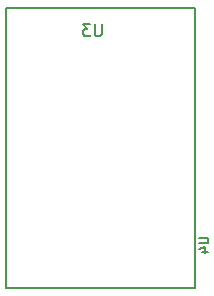
<source format=gbr>
G04 #@! TF.GenerationSoftware,KiCad,Pcbnew,no-vcs-found-7664~57~ubuntu16.10.1*
G04 #@! TF.CreationDate,2017-02-22T20:42:03+01:00*
G04 #@! TF.ProjectId,SensebenderMicro2,53656E736562656E6465724D6963726F,rev?*
G04 #@! TF.FileFunction,Legend,Bot*
G04 #@! TF.FilePolarity,Positive*
%FSLAX46Y46*%
G04 Gerber Fmt 4.6, Leading zero omitted, Abs format (unit mm)*
G04 Created by KiCad (PCBNEW no-vcs-found-7664~57~ubuntu16.10.1) date Wed Feb 22 20:42:03 2017*
%MOMM*%
%LPD*%
G01*
G04 APERTURE LIST*
%ADD10C,0.100000*%
%ADD11C,0.150000*%
%ADD12C,0.160000*%
G04 APERTURE END LIST*
D10*
D11*
X109126800Y-107577400D02*
X109126800Y-83877400D01*
X109126800Y-83877400D02*
X93126800Y-83877400D01*
X93126800Y-83877400D02*
X93126800Y-107577400D01*
X93126800Y-107577400D02*
X109126800Y-107577400D01*
D12*
X109466704Y-103313876D02*
X110114323Y-103313876D01*
X110190514Y-103351971D01*
X110228609Y-103390066D01*
X110266704Y-103466257D01*
X110266704Y-103618638D01*
X110228609Y-103694828D01*
X110190514Y-103732923D01*
X110114323Y-103771019D01*
X109466704Y-103771019D01*
X109733371Y-104494828D02*
X110266704Y-104494828D01*
X109428609Y-104304352D02*
X110000038Y-104113876D01*
X110000038Y-104609114D01*
D11*
X101213104Y-85248180D02*
X101213104Y-86057704D01*
X101165485Y-86152942D01*
X101117866Y-86200561D01*
X101022628Y-86248180D01*
X100832152Y-86248180D01*
X100736914Y-86200561D01*
X100689295Y-86152942D01*
X100641676Y-86057704D01*
X100641676Y-85248180D01*
X100260723Y-85248180D02*
X99641676Y-85248180D01*
X99975009Y-85629133D01*
X99832152Y-85629133D01*
X99736914Y-85676752D01*
X99689295Y-85724371D01*
X99641676Y-85819609D01*
X99641676Y-86057704D01*
X99689295Y-86152942D01*
X99736914Y-86200561D01*
X99832152Y-86248180D01*
X100117866Y-86248180D01*
X100213104Y-86200561D01*
X100260723Y-86152942D01*
M02*

</source>
